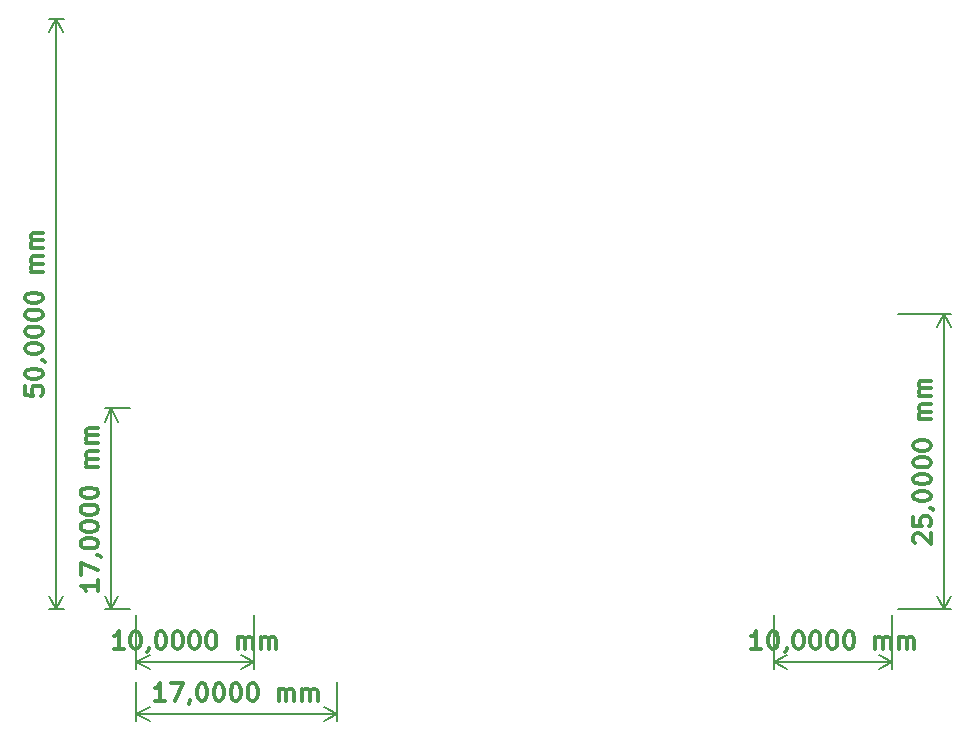
<source format=gbo>
%TF.GenerationSoftware,KiCad,Pcbnew,8.0.4*%
%TF.CreationDate,2025-05-09T12:29:35+02:00*%
%TF.ProjectId,carte_mere,63617274-655f-46d6-9572-652e6b696361,rev?*%
%TF.SameCoordinates,Original*%
%TF.FileFunction,Legend,Bot*%
%TF.FilePolarity,Positive*%
%FSLAX46Y46*%
G04 Gerber Fmt 4.6, Leading zero omitted, Abs format (unit mm)*
G04 Created by KiCad (PCBNEW 8.0.4) date 2025-05-09 12:29:35*
%MOMM*%
%LPD*%
G01*
G04 APERTURE LIST*
%ADD10C,0.300000*%
%ADD11C,0.200000*%
G04 APERTURE END LIST*
D10*
X160621185Y-91628569D02*
X160549757Y-91557141D01*
X160549757Y-91557141D02*
X160478328Y-91414284D01*
X160478328Y-91414284D02*
X160478328Y-91057141D01*
X160478328Y-91057141D02*
X160549757Y-90914284D01*
X160549757Y-90914284D02*
X160621185Y-90842855D01*
X160621185Y-90842855D02*
X160764042Y-90771426D01*
X160764042Y-90771426D02*
X160906900Y-90771426D01*
X160906900Y-90771426D02*
X161121185Y-90842855D01*
X161121185Y-90842855D02*
X161978328Y-91699998D01*
X161978328Y-91699998D02*
X161978328Y-90771426D01*
X160478328Y-89414284D02*
X160478328Y-90128570D01*
X160478328Y-90128570D02*
X161192614Y-90199998D01*
X161192614Y-90199998D02*
X161121185Y-90128570D01*
X161121185Y-90128570D02*
X161049757Y-89985713D01*
X161049757Y-89985713D02*
X161049757Y-89628570D01*
X161049757Y-89628570D02*
X161121185Y-89485713D01*
X161121185Y-89485713D02*
X161192614Y-89414284D01*
X161192614Y-89414284D02*
X161335471Y-89342855D01*
X161335471Y-89342855D02*
X161692614Y-89342855D01*
X161692614Y-89342855D02*
X161835471Y-89414284D01*
X161835471Y-89414284D02*
X161906900Y-89485713D01*
X161906900Y-89485713D02*
X161978328Y-89628570D01*
X161978328Y-89628570D02*
X161978328Y-89985713D01*
X161978328Y-89985713D02*
X161906900Y-90128570D01*
X161906900Y-90128570D02*
X161835471Y-90199998D01*
X161906900Y-88628570D02*
X161978328Y-88628570D01*
X161978328Y-88628570D02*
X162121185Y-88699999D01*
X162121185Y-88699999D02*
X162192614Y-88771427D01*
X160478328Y-87699998D02*
X160478328Y-87557141D01*
X160478328Y-87557141D02*
X160549757Y-87414284D01*
X160549757Y-87414284D02*
X160621185Y-87342856D01*
X160621185Y-87342856D02*
X160764042Y-87271427D01*
X160764042Y-87271427D02*
X161049757Y-87199998D01*
X161049757Y-87199998D02*
X161406900Y-87199998D01*
X161406900Y-87199998D02*
X161692614Y-87271427D01*
X161692614Y-87271427D02*
X161835471Y-87342856D01*
X161835471Y-87342856D02*
X161906900Y-87414284D01*
X161906900Y-87414284D02*
X161978328Y-87557141D01*
X161978328Y-87557141D02*
X161978328Y-87699998D01*
X161978328Y-87699998D02*
X161906900Y-87842856D01*
X161906900Y-87842856D02*
X161835471Y-87914284D01*
X161835471Y-87914284D02*
X161692614Y-87985713D01*
X161692614Y-87985713D02*
X161406900Y-88057141D01*
X161406900Y-88057141D02*
X161049757Y-88057141D01*
X161049757Y-88057141D02*
X160764042Y-87985713D01*
X160764042Y-87985713D02*
X160621185Y-87914284D01*
X160621185Y-87914284D02*
X160549757Y-87842856D01*
X160549757Y-87842856D02*
X160478328Y-87699998D01*
X160478328Y-86271427D02*
X160478328Y-86128570D01*
X160478328Y-86128570D02*
X160549757Y-85985713D01*
X160549757Y-85985713D02*
X160621185Y-85914285D01*
X160621185Y-85914285D02*
X160764042Y-85842856D01*
X160764042Y-85842856D02*
X161049757Y-85771427D01*
X161049757Y-85771427D02*
X161406900Y-85771427D01*
X161406900Y-85771427D02*
X161692614Y-85842856D01*
X161692614Y-85842856D02*
X161835471Y-85914285D01*
X161835471Y-85914285D02*
X161906900Y-85985713D01*
X161906900Y-85985713D02*
X161978328Y-86128570D01*
X161978328Y-86128570D02*
X161978328Y-86271427D01*
X161978328Y-86271427D02*
X161906900Y-86414285D01*
X161906900Y-86414285D02*
X161835471Y-86485713D01*
X161835471Y-86485713D02*
X161692614Y-86557142D01*
X161692614Y-86557142D02*
X161406900Y-86628570D01*
X161406900Y-86628570D02*
X161049757Y-86628570D01*
X161049757Y-86628570D02*
X160764042Y-86557142D01*
X160764042Y-86557142D02*
X160621185Y-86485713D01*
X160621185Y-86485713D02*
X160549757Y-86414285D01*
X160549757Y-86414285D02*
X160478328Y-86271427D01*
X160478328Y-84842856D02*
X160478328Y-84699999D01*
X160478328Y-84699999D02*
X160549757Y-84557142D01*
X160549757Y-84557142D02*
X160621185Y-84485714D01*
X160621185Y-84485714D02*
X160764042Y-84414285D01*
X160764042Y-84414285D02*
X161049757Y-84342856D01*
X161049757Y-84342856D02*
X161406900Y-84342856D01*
X161406900Y-84342856D02*
X161692614Y-84414285D01*
X161692614Y-84414285D02*
X161835471Y-84485714D01*
X161835471Y-84485714D02*
X161906900Y-84557142D01*
X161906900Y-84557142D02*
X161978328Y-84699999D01*
X161978328Y-84699999D02*
X161978328Y-84842856D01*
X161978328Y-84842856D02*
X161906900Y-84985714D01*
X161906900Y-84985714D02*
X161835471Y-85057142D01*
X161835471Y-85057142D02*
X161692614Y-85128571D01*
X161692614Y-85128571D02*
X161406900Y-85199999D01*
X161406900Y-85199999D02*
X161049757Y-85199999D01*
X161049757Y-85199999D02*
X160764042Y-85128571D01*
X160764042Y-85128571D02*
X160621185Y-85057142D01*
X160621185Y-85057142D02*
X160549757Y-84985714D01*
X160549757Y-84985714D02*
X160478328Y-84842856D01*
X160478328Y-83414285D02*
X160478328Y-83271428D01*
X160478328Y-83271428D02*
X160549757Y-83128571D01*
X160549757Y-83128571D02*
X160621185Y-83057143D01*
X160621185Y-83057143D02*
X160764042Y-82985714D01*
X160764042Y-82985714D02*
X161049757Y-82914285D01*
X161049757Y-82914285D02*
X161406900Y-82914285D01*
X161406900Y-82914285D02*
X161692614Y-82985714D01*
X161692614Y-82985714D02*
X161835471Y-83057143D01*
X161835471Y-83057143D02*
X161906900Y-83128571D01*
X161906900Y-83128571D02*
X161978328Y-83271428D01*
X161978328Y-83271428D02*
X161978328Y-83414285D01*
X161978328Y-83414285D02*
X161906900Y-83557143D01*
X161906900Y-83557143D02*
X161835471Y-83628571D01*
X161835471Y-83628571D02*
X161692614Y-83700000D01*
X161692614Y-83700000D02*
X161406900Y-83771428D01*
X161406900Y-83771428D02*
X161049757Y-83771428D01*
X161049757Y-83771428D02*
X160764042Y-83700000D01*
X160764042Y-83700000D02*
X160621185Y-83628571D01*
X160621185Y-83628571D02*
X160549757Y-83557143D01*
X160549757Y-83557143D02*
X160478328Y-83414285D01*
X161978328Y-81128572D02*
X160978328Y-81128572D01*
X161121185Y-81128572D02*
X161049757Y-81057143D01*
X161049757Y-81057143D02*
X160978328Y-80914286D01*
X160978328Y-80914286D02*
X160978328Y-80700000D01*
X160978328Y-80700000D02*
X161049757Y-80557143D01*
X161049757Y-80557143D02*
X161192614Y-80485715D01*
X161192614Y-80485715D02*
X161978328Y-80485715D01*
X161192614Y-80485715D02*
X161049757Y-80414286D01*
X161049757Y-80414286D02*
X160978328Y-80271429D01*
X160978328Y-80271429D02*
X160978328Y-80057143D01*
X160978328Y-80057143D02*
X161049757Y-79914286D01*
X161049757Y-79914286D02*
X161192614Y-79842857D01*
X161192614Y-79842857D02*
X161978328Y-79842857D01*
X161978328Y-79128572D02*
X160978328Y-79128572D01*
X161121185Y-79128572D02*
X161049757Y-79057143D01*
X161049757Y-79057143D02*
X160978328Y-78914286D01*
X160978328Y-78914286D02*
X160978328Y-78700000D01*
X160978328Y-78700000D02*
X161049757Y-78557143D01*
X161049757Y-78557143D02*
X161192614Y-78485715D01*
X161192614Y-78485715D02*
X161978328Y-78485715D01*
X161192614Y-78485715D02*
X161049757Y-78414286D01*
X161049757Y-78414286D02*
X160978328Y-78271429D01*
X160978328Y-78271429D02*
X160978328Y-78057143D01*
X160978328Y-78057143D02*
X161049757Y-77914286D01*
X161049757Y-77914286D02*
X161192614Y-77842857D01*
X161192614Y-77842857D02*
X161978328Y-77842857D01*
D11*
X159200000Y-97200000D02*
X163686420Y-97200000D01*
X159200000Y-72200000D02*
X163686420Y-72200000D01*
X163100000Y-97200000D02*
X163100000Y-72200000D01*
X163100000Y-97200000D02*
X163100000Y-72200000D01*
X163100000Y-97200000D02*
X162513579Y-96073496D01*
X163100000Y-97200000D02*
X163686421Y-96073496D01*
X163100000Y-72200000D02*
X163686421Y-73326504D01*
X163100000Y-72200000D02*
X162513579Y-73326504D01*
D10*
X85278328Y-78342855D02*
X85278328Y-79057141D01*
X85278328Y-79057141D02*
X85992614Y-79128569D01*
X85992614Y-79128569D02*
X85921185Y-79057141D01*
X85921185Y-79057141D02*
X85849757Y-78914284D01*
X85849757Y-78914284D02*
X85849757Y-78557141D01*
X85849757Y-78557141D02*
X85921185Y-78414284D01*
X85921185Y-78414284D02*
X85992614Y-78342855D01*
X85992614Y-78342855D02*
X86135471Y-78271426D01*
X86135471Y-78271426D02*
X86492614Y-78271426D01*
X86492614Y-78271426D02*
X86635471Y-78342855D01*
X86635471Y-78342855D02*
X86706900Y-78414284D01*
X86706900Y-78414284D02*
X86778328Y-78557141D01*
X86778328Y-78557141D02*
X86778328Y-78914284D01*
X86778328Y-78914284D02*
X86706900Y-79057141D01*
X86706900Y-79057141D02*
X86635471Y-79128569D01*
X85278328Y-77342855D02*
X85278328Y-77199998D01*
X85278328Y-77199998D02*
X85349757Y-77057141D01*
X85349757Y-77057141D02*
X85421185Y-76985713D01*
X85421185Y-76985713D02*
X85564042Y-76914284D01*
X85564042Y-76914284D02*
X85849757Y-76842855D01*
X85849757Y-76842855D02*
X86206900Y-76842855D01*
X86206900Y-76842855D02*
X86492614Y-76914284D01*
X86492614Y-76914284D02*
X86635471Y-76985713D01*
X86635471Y-76985713D02*
X86706900Y-77057141D01*
X86706900Y-77057141D02*
X86778328Y-77199998D01*
X86778328Y-77199998D02*
X86778328Y-77342855D01*
X86778328Y-77342855D02*
X86706900Y-77485713D01*
X86706900Y-77485713D02*
X86635471Y-77557141D01*
X86635471Y-77557141D02*
X86492614Y-77628570D01*
X86492614Y-77628570D02*
X86206900Y-77699998D01*
X86206900Y-77699998D02*
X85849757Y-77699998D01*
X85849757Y-77699998D02*
X85564042Y-77628570D01*
X85564042Y-77628570D02*
X85421185Y-77557141D01*
X85421185Y-77557141D02*
X85349757Y-77485713D01*
X85349757Y-77485713D02*
X85278328Y-77342855D01*
X86706900Y-76128570D02*
X86778328Y-76128570D01*
X86778328Y-76128570D02*
X86921185Y-76199999D01*
X86921185Y-76199999D02*
X86992614Y-76271427D01*
X85278328Y-75199998D02*
X85278328Y-75057141D01*
X85278328Y-75057141D02*
X85349757Y-74914284D01*
X85349757Y-74914284D02*
X85421185Y-74842856D01*
X85421185Y-74842856D02*
X85564042Y-74771427D01*
X85564042Y-74771427D02*
X85849757Y-74699998D01*
X85849757Y-74699998D02*
X86206900Y-74699998D01*
X86206900Y-74699998D02*
X86492614Y-74771427D01*
X86492614Y-74771427D02*
X86635471Y-74842856D01*
X86635471Y-74842856D02*
X86706900Y-74914284D01*
X86706900Y-74914284D02*
X86778328Y-75057141D01*
X86778328Y-75057141D02*
X86778328Y-75199998D01*
X86778328Y-75199998D02*
X86706900Y-75342856D01*
X86706900Y-75342856D02*
X86635471Y-75414284D01*
X86635471Y-75414284D02*
X86492614Y-75485713D01*
X86492614Y-75485713D02*
X86206900Y-75557141D01*
X86206900Y-75557141D02*
X85849757Y-75557141D01*
X85849757Y-75557141D02*
X85564042Y-75485713D01*
X85564042Y-75485713D02*
X85421185Y-75414284D01*
X85421185Y-75414284D02*
X85349757Y-75342856D01*
X85349757Y-75342856D02*
X85278328Y-75199998D01*
X85278328Y-73771427D02*
X85278328Y-73628570D01*
X85278328Y-73628570D02*
X85349757Y-73485713D01*
X85349757Y-73485713D02*
X85421185Y-73414285D01*
X85421185Y-73414285D02*
X85564042Y-73342856D01*
X85564042Y-73342856D02*
X85849757Y-73271427D01*
X85849757Y-73271427D02*
X86206900Y-73271427D01*
X86206900Y-73271427D02*
X86492614Y-73342856D01*
X86492614Y-73342856D02*
X86635471Y-73414285D01*
X86635471Y-73414285D02*
X86706900Y-73485713D01*
X86706900Y-73485713D02*
X86778328Y-73628570D01*
X86778328Y-73628570D02*
X86778328Y-73771427D01*
X86778328Y-73771427D02*
X86706900Y-73914285D01*
X86706900Y-73914285D02*
X86635471Y-73985713D01*
X86635471Y-73985713D02*
X86492614Y-74057142D01*
X86492614Y-74057142D02*
X86206900Y-74128570D01*
X86206900Y-74128570D02*
X85849757Y-74128570D01*
X85849757Y-74128570D02*
X85564042Y-74057142D01*
X85564042Y-74057142D02*
X85421185Y-73985713D01*
X85421185Y-73985713D02*
X85349757Y-73914285D01*
X85349757Y-73914285D02*
X85278328Y-73771427D01*
X85278328Y-72342856D02*
X85278328Y-72199999D01*
X85278328Y-72199999D02*
X85349757Y-72057142D01*
X85349757Y-72057142D02*
X85421185Y-71985714D01*
X85421185Y-71985714D02*
X85564042Y-71914285D01*
X85564042Y-71914285D02*
X85849757Y-71842856D01*
X85849757Y-71842856D02*
X86206900Y-71842856D01*
X86206900Y-71842856D02*
X86492614Y-71914285D01*
X86492614Y-71914285D02*
X86635471Y-71985714D01*
X86635471Y-71985714D02*
X86706900Y-72057142D01*
X86706900Y-72057142D02*
X86778328Y-72199999D01*
X86778328Y-72199999D02*
X86778328Y-72342856D01*
X86778328Y-72342856D02*
X86706900Y-72485714D01*
X86706900Y-72485714D02*
X86635471Y-72557142D01*
X86635471Y-72557142D02*
X86492614Y-72628571D01*
X86492614Y-72628571D02*
X86206900Y-72699999D01*
X86206900Y-72699999D02*
X85849757Y-72699999D01*
X85849757Y-72699999D02*
X85564042Y-72628571D01*
X85564042Y-72628571D02*
X85421185Y-72557142D01*
X85421185Y-72557142D02*
X85349757Y-72485714D01*
X85349757Y-72485714D02*
X85278328Y-72342856D01*
X85278328Y-70914285D02*
X85278328Y-70771428D01*
X85278328Y-70771428D02*
X85349757Y-70628571D01*
X85349757Y-70628571D02*
X85421185Y-70557143D01*
X85421185Y-70557143D02*
X85564042Y-70485714D01*
X85564042Y-70485714D02*
X85849757Y-70414285D01*
X85849757Y-70414285D02*
X86206900Y-70414285D01*
X86206900Y-70414285D02*
X86492614Y-70485714D01*
X86492614Y-70485714D02*
X86635471Y-70557143D01*
X86635471Y-70557143D02*
X86706900Y-70628571D01*
X86706900Y-70628571D02*
X86778328Y-70771428D01*
X86778328Y-70771428D02*
X86778328Y-70914285D01*
X86778328Y-70914285D02*
X86706900Y-71057143D01*
X86706900Y-71057143D02*
X86635471Y-71128571D01*
X86635471Y-71128571D02*
X86492614Y-71200000D01*
X86492614Y-71200000D02*
X86206900Y-71271428D01*
X86206900Y-71271428D02*
X85849757Y-71271428D01*
X85849757Y-71271428D02*
X85564042Y-71200000D01*
X85564042Y-71200000D02*
X85421185Y-71128571D01*
X85421185Y-71128571D02*
X85349757Y-71057143D01*
X85349757Y-71057143D02*
X85278328Y-70914285D01*
X86778328Y-68628572D02*
X85778328Y-68628572D01*
X85921185Y-68628572D02*
X85849757Y-68557143D01*
X85849757Y-68557143D02*
X85778328Y-68414286D01*
X85778328Y-68414286D02*
X85778328Y-68200000D01*
X85778328Y-68200000D02*
X85849757Y-68057143D01*
X85849757Y-68057143D02*
X85992614Y-67985715D01*
X85992614Y-67985715D02*
X86778328Y-67985715D01*
X85992614Y-67985715D02*
X85849757Y-67914286D01*
X85849757Y-67914286D02*
X85778328Y-67771429D01*
X85778328Y-67771429D02*
X85778328Y-67557143D01*
X85778328Y-67557143D02*
X85849757Y-67414286D01*
X85849757Y-67414286D02*
X85992614Y-67342857D01*
X85992614Y-67342857D02*
X86778328Y-67342857D01*
X86778328Y-66628572D02*
X85778328Y-66628572D01*
X85921185Y-66628572D02*
X85849757Y-66557143D01*
X85849757Y-66557143D02*
X85778328Y-66414286D01*
X85778328Y-66414286D02*
X85778328Y-66200000D01*
X85778328Y-66200000D02*
X85849757Y-66057143D01*
X85849757Y-66057143D02*
X85992614Y-65985715D01*
X85992614Y-65985715D02*
X86778328Y-65985715D01*
X85992614Y-65985715D02*
X85849757Y-65914286D01*
X85849757Y-65914286D02*
X85778328Y-65771429D01*
X85778328Y-65771429D02*
X85778328Y-65557143D01*
X85778328Y-65557143D02*
X85849757Y-65414286D01*
X85849757Y-65414286D02*
X85992614Y-65342857D01*
X85992614Y-65342857D02*
X86778328Y-65342857D01*
D11*
X88600000Y-97200000D02*
X87313580Y-97200000D01*
X88600000Y-47200000D02*
X87313580Y-47200000D01*
X87900000Y-97200000D02*
X87900000Y-47200000D01*
X87900000Y-97200000D02*
X87900000Y-47200000D01*
X87900000Y-97200000D02*
X87313579Y-96073496D01*
X87900000Y-97200000D02*
X88486421Y-96073496D01*
X87900000Y-47200000D02*
X88486421Y-48326504D01*
X87900000Y-47200000D02*
X87313579Y-48326504D01*
D10*
X93628573Y-100578328D02*
X92771430Y-100578328D01*
X93200001Y-100578328D02*
X93200001Y-99078328D01*
X93200001Y-99078328D02*
X93057144Y-99292614D01*
X93057144Y-99292614D02*
X92914287Y-99435471D01*
X92914287Y-99435471D02*
X92771430Y-99506900D01*
X94557144Y-99078328D02*
X94700001Y-99078328D01*
X94700001Y-99078328D02*
X94842858Y-99149757D01*
X94842858Y-99149757D02*
X94914287Y-99221185D01*
X94914287Y-99221185D02*
X94985715Y-99364042D01*
X94985715Y-99364042D02*
X95057144Y-99649757D01*
X95057144Y-99649757D02*
X95057144Y-100006900D01*
X95057144Y-100006900D02*
X94985715Y-100292614D01*
X94985715Y-100292614D02*
X94914287Y-100435471D01*
X94914287Y-100435471D02*
X94842858Y-100506900D01*
X94842858Y-100506900D02*
X94700001Y-100578328D01*
X94700001Y-100578328D02*
X94557144Y-100578328D01*
X94557144Y-100578328D02*
X94414287Y-100506900D01*
X94414287Y-100506900D02*
X94342858Y-100435471D01*
X94342858Y-100435471D02*
X94271429Y-100292614D01*
X94271429Y-100292614D02*
X94200001Y-100006900D01*
X94200001Y-100006900D02*
X94200001Y-99649757D01*
X94200001Y-99649757D02*
X94271429Y-99364042D01*
X94271429Y-99364042D02*
X94342858Y-99221185D01*
X94342858Y-99221185D02*
X94414287Y-99149757D01*
X94414287Y-99149757D02*
X94557144Y-99078328D01*
X95771429Y-100506900D02*
X95771429Y-100578328D01*
X95771429Y-100578328D02*
X95700000Y-100721185D01*
X95700000Y-100721185D02*
X95628572Y-100792614D01*
X96700001Y-99078328D02*
X96842858Y-99078328D01*
X96842858Y-99078328D02*
X96985715Y-99149757D01*
X96985715Y-99149757D02*
X97057144Y-99221185D01*
X97057144Y-99221185D02*
X97128572Y-99364042D01*
X97128572Y-99364042D02*
X97200001Y-99649757D01*
X97200001Y-99649757D02*
X97200001Y-100006900D01*
X97200001Y-100006900D02*
X97128572Y-100292614D01*
X97128572Y-100292614D02*
X97057144Y-100435471D01*
X97057144Y-100435471D02*
X96985715Y-100506900D01*
X96985715Y-100506900D02*
X96842858Y-100578328D01*
X96842858Y-100578328D02*
X96700001Y-100578328D01*
X96700001Y-100578328D02*
X96557144Y-100506900D01*
X96557144Y-100506900D02*
X96485715Y-100435471D01*
X96485715Y-100435471D02*
X96414286Y-100292614D01*
X96414286Y-100292614D02*
X96342858Y-100006900D01*
X96342858Y-100006900D02*
X96342858Y-99649757D01*
X96342858Y-99649757D02*
X96414286Y-99364042D01*
X96414286Y-99364042D02*
X96485715Y-99221185D01*
X96485715Y-99221185D02*
X96557144Y-99149757D01*
X96557144Y-99149757D02*
X96700001Y-99078328D01*
X98128572Y-99078328D02*
X98271429Y-99078328D01*
X98271429Y-99078328D02*
X98414286Y-99149757D01*
X98414286Y-99149757D02*
X98485715Y-99221185D01*
X98485715Y-99221185D02*
X98557143Y-99364042D01*
X98557143Y-99364042D02*
X98628572Y-99649757D01*
X98628572Y-99649757D02*
X98628572Y-100006900D01*
X98628572Y-100006900D02*
X98557143Y-100292614D01*
X98557143Y-100292614D02*
X98485715Y-100435471D01*
X98485715Y-100435471D02*
X98414286Y-100506900D01*
X98414286Y-100506900D02*
X98271429Y-100578328D01*
X98271429Y-100578328D02*
X98128572Y-100578328D01*
X98128572Y-100578328D02*
X97985715Y-100506900D01*
X97985715Y-100506900D02*
X97914286Y-100435471D01*
X97914286Y-100435471D02*
X97842857Y-100292614D01*
X97842857Y-100292614D02*
X97771429Y-100006900D01*
X97771429Y-100006900D02*
X97771429Y-99649757D01*
X97771429Y-99649757D02*
X97842857Y-99364042D01*
X97842857Y-99364042D02*
X97914286Y-99221185D01*
X97914286Y-99221185D02*
X97985715Y-99149757D01*
X97985715Y-99149757D02*
X98128572Y-99078328D01*
X99557143Y-99078328D02*
X99700000Y-99078328D01*
X99700000Y-99078328D02*
X99842857Y-99149757D01*
X99842857Y-99149757D02*
X99914286Y-99221185D01*
X99914286Y-99221185D02*
X99985714Y-99364042D01*
X99985714Y-99364042D02*
X100057143Y-99649757D01*
X100057143Y-99649757D02*
X100057143Y-100006900D01*
X100057143Y-100006900D02*
X99985714Y-100292614D01*
X99985714Y-100292614D02*
X99914286Y-100435471D01*
X99914286Y-100435471D02*
X99842857Y-100506900D01*
X99842857Y-100506900D02*
X99700000Y-100578328D01*
X99700000Y-100578328D02*
X99557143Y-100578328D01*
X99557143Y-100578328D02*
X99414286Y-100506900D01*
X99414286Y-100506900D02*
X99342857Y-100435471D01*
X99342857Y-100435471D02*
X99271428Y-100292614D01*
X99271428Y-100292614D02*
X99200000Y-100006900D01*
X99200000Y-100006900D02*
X99200000Y-99649757D01*
X99200000Y-99649757D02*
X99271428Y-99364042D01*
X99271428Y-99364042D02*
X99342857Y-99221185D01*
X99342857Y-99221185D02*
X99414286Y-99149757D01*
X99414286Y-99149757D02*
X99557143Y-99078328D01*
X100985714Y-99078328D02*
X101128571Y-99078328D01*
X101128571Y-99078328D02*
X101271428Y-99149757D01*
X101271428Y-99149757D02*
X101342857Y-99221185D01*
X101342857Y-99221185D02*
X101414285Y-99364042D01*
X101414285Y-99364042D02*
X101485714Y-99649757D01*
X101485714Y-99649757D02*
X101485714Y-100006900D01*
X101485714Y-100006900D02*
X101414285Y-100292614D01*
X101414285Y-100292614D02*
X101342857Y-100435471D01*
X101342857Y-100435471D02*
X101271428Y-100506900D01*
X101271428Y-100506900D02*
X101128571Y-100578328D01*
X101128571Y-100578328D02*
X100985714Y-100578328D01*
X100985714Y-100578328D02*
X100842857Y-100506900D01*
X100842857Y-100506900D02*
X100771428Y-100435471D01*
X100771428Y-100435471D02*
X100699999Y-100292614D01*
X100699999Y-100292614D02*
X100628571Y-100006900D01*
X100628571Y-100006900D02*
X100628571Y-99649757D01*
X100628571Y-99649757D02*
X100699999Y-99364042D01*
X100699999Y-99364042D02*
X100771428Y-99221185D01*
X100771428Y-99221185D02*
X100842857Y-99149757D01*
X100842857Y-99149757D02*
X100985714Y-99078328D01*
X103271427Y-100578328D02*
X103271427Y-99578328D01*
X103271427Y-99721185D02*
X103342856Y-99649757D01*
X103342856Y-99649757D02*
X103485713Y-99578328D01*
X103485713Y-99578328D02*
X103699999Y-99578328D01*
X103699999Y-99578328D02*
X103842856Y-99649757D01*
X103842856Y-99649757D02*
X103914285Y-99792614D01*
X103914285Y-99792614D02*
X103914285Y-100578328D01*
X103914285Y-99792614D02*
X103985713Y-99649757D01*
X103985713Y-99649757D02*
X104128570Y-99578328D01*
X104128570Y-99578328D02*
X104342856Y-99578328D01*
X104342856Y-99578328D02*
X104485713Y-99649757D01*
X104485713Y-99649757D02*
X104557142Y-99792614D01*
X104557142Y-99792614D02*
X104557142Y-100578328D01*
X105271427Y-100578328D02*
X105271427Y-99578328D01*
X105271427Y-99721185D02*
X105342856Y-99649757D01*
X105342856Y-99649757D02*
X105485713Y-99578328D01*
X105485713Y-99578328D02*
X105699999Y-99578328D01*
X105699999Y-99578328D02*
X105842856Y-99649757D01*
X105842856Y-99649757D02*
X105914285Y-99792614D01*
X105914285Y-99792614D02*
X105914285Y-100578328D01*
X105914285Y-99792614D02*
X105985713Y-99649757D01*
X105985713Y-99649757D02*
X106128570Y-99578328D01*
X106128570Y-99578328D02*
X106342856Y-99578328D01*
X106342856Y-99578328D02*
X106485713Y-99649757D01*
X106485713Y-99649757D02*
X106557142Y-99792614D01*
X106557142Y-99792614D02*
X106557142Y-100578328D01*
D11*
X94700000Y-97700000D02*
X94700000Y-102286420D01*
X104700000Y-97700000D02*
X104700000Y-102286420D01*
X94700000Y-101700000D02*
X104700000Y-101700000D01*
X94700000Y-101700000D02*
X104700000Y-101700000D01*
X94700000Y-101700000D02*
X95826504Y-101113579D01*
X94700000Y-101700000D02*
X95826504Y-102286421D01*
X104700000Y-101700000D02*
X103573496Y-102286421D01*
X104700000Y-101700000D02*
X103573496Y-101113579D01*
D10*
X147628573Y-100578328D02*
X146771430Y-100578328D01*
X147200001Y-100578328D02*
X147200001Y-99078328D01*
X147200001Y-99078328D02*
X147057144Y-99292614D01*
X147057144Y-99292614D02*
X146914287Y-99435471D01*
X146914287Y-99435471D02*
X146771430Y-99506900D01*
X148557144Y-99078328D02*
X148700001Y-99078328D01*
X148700001Y-99078328D02*
X148842858Y-99149757D01*
X148842858Y-99149757D02*
X148914287Y-99221185D01*
X148914287Y-99221185D02*
X148985715Y-99364042D01*
X148985715Y-99364042D02*
X149057144Y-99649757D01*
X149057144Y-99649757D02*
X149057144Y-100006900D01*
X149057144Y-100006900D02*
X148985715Y-100292614D01*
X148985715Y-100292614D02*
X148914287Y-100435471D01*
X148914287Y-100435471D02*
X148842858Y-100506900D01*
X148842858Y-100506900D02*
X148700001Y-100578328D01*
X148700001Y-100578328D02*
X148557144Y-100578328D01*
X148557144Y-100578328D02*
X148414287Y-100506900D01*
X148414287Y-100506900D02*
X148342858Y-100435471D01*
X148342858Y-100435471D02*
X148271429Y-100292614D01*
X148271429Y-100292614D02*
X148200001Y-100006900D01*
X148200001Y-100006900D02*
X148200001Y-99649757D01*
X148200001Y-99649757D02*
X148271429Y-99364042D01*
X148271429Y-99364042D02*
X148342858Y-99221185D01*
X148342858Y-99221185D02*
X148414287Y-99149757D01*
X148414287Y-99149757D02*
X148557144Y-99078328D01*
X149771429Y-100506900D02*
X149771429Y-100578328D01*
X149771429Y-100578328D02*
X149700000Y-100721185D01*
X149700000Y-100721185D02*
X149628572Y-100792614D01*
X150700001Y-99078328D02*
X150842858Y-99078328D01*
X150842858Y-99078328D02*
X150985715Y-99149757D01*
X150985715Y-99149757D02*
X151057144Y-99221185D01*
X151057144Y-99221185D02*
X151128572Y-99364042D01*
X151128572Y-99364042D02*
X151200001Y-99649757D01*
X151200001Y-99649757D02*
X151200001Y-100006900D01*
X151200001Y-100006900D02*
X151128572Y-100292614D01*
X151128572Y-100292614D02*
X151057144Y-100435471D01*
X151057144Y-100435471D02*
X150985715Y-100506900D01*
X150985715Y-100506900D02*
X150842858Y-100578328D01*
X150842858Y-100578328D02*
X150700001Y-100578328D01*
X150700001Y-100578328D02*
X150557144Y-100506900D01*
X150557144Y-100506900D02*
X150485715Y-100435471D01*
X150485715Y-100435471D02*
X150414286Y-100292614D01*
X150414286Y-100292614D02*
X150342858Y-100006900D01*
X150342858Y-100006900D02*
X150342858Y-99649757D01*
X150342858Y-99649757D02*
X150414286Y-99364042D01*
X150414286Y-99364042D02*
X150485715Y-99221185D01*
X150485715Y-99221185D02*
X150557144Y-99149757D01*
X150557144Y-99149757D02*
X150700001Y-99078328D01*
X152128572Y-99078328D02*
X152271429Y-99078328D01*
X152271429Y-99078328D02*
X152414286Y-99149757D01*
X152414286Y-99149757D02*
X152485715Y-99221185D01*
X152485715Y-99221185D02*
X152557143Y-99364042D01*
X152557143Y-99364042D02*
X152628572Y-99649757D01*
X152628572Y-99649757D02*
X152628572Y-100006900D01*
X152628572Y-100006900D02*
X152557143Y-100292614D01*
X152557143Y-100292614D02*
X152485715Y-100435471D01*
X152485715Y-100435471D02*
X152414286Y-100506900D01*
X152414286Y-100506900D02*
X152271429Y-100578328D01*
X152271429Y-100578328D02*
X152128572Y-100578328D01*
X152128572Y-100578328D02*
X151985715Y-100506900D01*
X151985715Y-100506900D02*
X151914286Y-100435471D01*
X151914286Y-100435471D02*
X151842857Y-100292614D01*
X151842857Y-100292614D02*
X151771429Y-100006900D01*
X151771429Y-100006900D02*
X151771429Y-99649757D01*
X151771429Y-99649757D02*
X151842857Y-99364042D01*
X151842857Y-99364042D02*
X151914286Y-99221185D01*
X151914286Y-99221185D02*
X151985715Y-99149757D01*
X151985715Y-99149757D02*
X152128572Y-99078328D01*
X153557143Y-99078328D02*
X153700000Y-99078328D01*
X153700000Y-99078328D02*
X153842857Y-99149757D01*
X153842857Y-99149757D02*
X153914286Y-99221185D01*
X153914286Y-99221185D02*
X153985714Y-99364042D01*
X153985714Y-99364042D02*
X154057143Y-99649757D01*
X154057143Y-99649757D02*
X154057143Y-100006900D01*
X154057143Y-100006900D02*
X153985714Y-100292614D01*
X153985714Y-100292614D02*
X153914286Y-100435471D01*
X153914286Y-100435471D02*
X153842857Y-100506900D01*
X153842857Y-100506900D02*
X153700000Y-100578328D01*
X153700000Y-100578328D02*
X153557143Y-100578328D01*
X153557143Y-100578328D02*
X153414286Y-100506900D01*
X153414286Y-100506900D02*
X153342857Y-100435471D01*
X153342857Y-100435471D02*
X153271428Y-100292614D01*
X153271428Y-100292614D02*
X153200000Y-100006900D01*
X153200000Y-100006900D02*
X153200000Y-99649757D01*
X153200000Y-99649757D02*
X153271428Y-99364042D01*
X153271428Y-99364042D02*
X153342857Y-99221185D01*
X153342857Y-99221185D02*
X153414286Y-99149757D01*
X153414286Y-99149757D02*
X153557143Y-99078328D01*
X154985714Y-99078328D02*
X155128571Y-99078328D01*
X155128571Y-99078328D02*
X155271428Y-99149757D01*
X155271428Y-99149757D02*
X155342857Y-99221185D01*
X155342857Y-99221185D02*
X155414285Y-99364042D01*
X155414285Y-99364042D02*
X155485714Y-99649757D01*
X155485714Y-99649757D02*
X155485714Y-100006900D01*
X155485714Y-100006900D02*
X155414285Y-100292614D01*
X155414285Y-100292614D02*
X155342857Y-100435471D01*
X155342857Y-100435471D02*
X155271428Y-100506900D01*
X155271428Y-100506900D02*
X155128571Y-100578328D01*
X155128571Y-100578328D02*
X154985714Y-100578328D01*
X154985714Y-100578328D02*
X154842857Y-100506900D01*
X154842857Y-100506900D02*
X154771428Y-100435471D01*
X154771428Y-100435471D02*
X154699999Y-100292614D01*
X154699999Y-100292614D02*
X154628571Y-100006900D01*
X154628571Y-100006900D02*
X154628571Y-99649757D01*
X154628571Y-99649757D02*
X154699999Y-99364042D01*
X154699999Y-99364042D02*
X154771428Y-99221185D01*
X154771428Y-99221185D02*
X154842857Y-99149757D01*
X154842857Y-99149757D02*
X154985714Y-99078328D01*
X157271427Y-100578328D02*
X157271427Y-99578328D01*
X157271427Y-99721185D02*
X157342856Y-99649757D01*
X157342856Y-99649757D02*
X157485713Y-99578328D01*
X157485713Y-99578328D02*
X157699999Y-99578328D01*
X157699999Y-99578328D02*
X157842856Y-99649757D01*
X157842856Y-99649757D02*
X157914285Y-99792614D01*
X157914285Y-99792614D02*
X157914285Y-100578328D01*
X157914285Y-99792614D02*
X157985713Y-99649757D01*
X157985713Y-99649757D02*
X158128570Y-99578328D01*
X158128570Y-99578328D02*
X158342856Y-99578328D01*
X158342856Y-99578328D02*
X158485713Y-99649757D01*
X158485713Y-99649757D02*
X158557142Y-99792614D01*
X158557142Y-99792614D02*
X158557142Y-100578328D01*
X159271427Y-100578328D02*
X159271427Y-99578328D01*
X159271427Y-99721185D02*
X159342856Y-99649757D01*
X159342856Y-99649757D02*
X159485713Y-99578328D01*
X159485713Y-99578328D02*
X159699999Y-99578328D01*
X159699999Y-99578328D02*
X159842856Y-99649757D01*
X159842856Y-99649757D02*
X159914285Y-99792614D01*
X159914285Y-99792614D02*
X159914285Y-100578328D01*
X159914285Y-99792614D02*
X159985713Y-99649757D01*
X159985713Y-99649757D02*
X160128570Y-99578328D01*
X160128570Y-99578328D02*
X160342856Y-99578328D01*
X160342856Y-99578328D02*
X160485713Y-99649757D01*
X160485713Y-99649757D02*
X160557142Y-99792614D01*
X160557142Y-99792614D02*
X160557142Y-100578328D01*
D11*
X158700000Y-97700000D02*
X158700000Y-102286420D01*
X148700000Y-97700000D02*
X148700000Y-102286420D01*
X158700000Y-101700000D02*
X148700000Y-101700000D01*
X158700000Y-101700000D02*
X148700000Y-101700000D01*
X158700000Y-101700000D02*
X157573496Y-102286421D01*
X158700000Y-101700000D02*
X157573496Y-101113579D01*
X148700000Y-101700000D02*
X149826504Y-101113579D01*
X148700000Y-101700000D02*
X149826504Y-102286421D01*
D10*
X97128573Y-104978328D02*
X96271430Y-104978328D01*
X96700001Y-104978328D02*
X96700001Y-103478328D01*
X96700001Y-103478328D02*
X96557144Y-103692614D01*
X96557144Y-103692614D02*
X96414287Y-103835471D01*
X96414287Y-103835471D02*
X96271430Y-103906900D01*
X97628572Y-103478328D02*
X98628572Y-103478328D01*
X98628572Y-103478328D02*
X97985715Y-104978328D01*
X99271429Y-104906900D02*
X99271429Y-104978328D01*
X99271429Y-104978328D02*
X99200000Y-105121185D01*
X99200000Y-105121185D02*
X99128572Y-105192614D01*
X100200001Y-103478328D02*
X100342858Y-103478328D01*
X100342858Y-103478328D02*
X100485715Y-103549757D01*
X100485715Y-103549757D02*
X100557144Y-103621185D01*
X100557144Y-103621185D02*
X100628572Y-103764042D01*
X100628572Y-103764042D02*
X100700001Y-104049757D01*
X100700001Y-104049757D02*
X100700001Y-104406900D01*
X100700001Y-104406900D02*
X100628572Y-104692614D01*
X100628572Y-104692614D02*
X100557144Y-104835471D01*
X100557144Y-104835471D02*
X100485715Y-104906900D01*
X100485715Y-104906900D02*
X100342858Y-104978328D01*
X100342858Y-104978328D02*
X100200001Y-104978328D01*
X100200001Y-104978328D02*
X100057144Y-104906900D01*
X100057144Y-104906900D02*
X99985715Y-104835471D01*
X99985715Y-104835471D02*
X99914286Y-104692614D01*
X99914286Y-104692614D02*
X99842858Y-104406900D01*
X99842858Y-104406900D02*
X99842858Y-104049757D01*
X99842858Y-104049757D02*
X99914286Y-103764042D01*
X99914286Y-103764042D02*
X99985715Y-103621185D01*
X99985715Y-103621185D02*
X100057144Y-103549757D01*
X100057144Y-103549757D02*
X100200001Y-103478328D01*
X101628572Y-103478328D02*
X101771429Y-103478328D01*
X101771429Y-103478328D02*
X101914286Y-103549757D01*
X101914286Y-103549757D02*
X101985715Y-103621185D01*
X101985715Y-103621185D02*
X102057143Y-103764042D01*
X102057143Y-103764042D02*
X102128572Y-104049757D01*
X102128572Y-104049757D02*
X102128572Y-104406900D01*
X102128572Y-104406900D02*
X102057143Y-104692614D01*
X102057143Y-104692614D02*
X101985715Y-104835471D01*
X101985715Y-104835471D02*
X101914286Y-104906900D01*
X101914286Y-104906900D02*
X101771429Y-104978328D01*
X101771429Y-104978328D02*
X101628572Y-104978328D01*
X101628572Y-104978328D02*
X101485715Y-104906900D01*
X101485715Y-104906900D02*
X101414286Y-104835471D01*
X101414286Y-104835471D02*
X101342857Y-104692614D01*
X101342857Y-104692614D02*
X101271429Y-104406900D01*
X101271429Y-104406900D02*
X101271429Y-104049757D01*
X101271429Y-104049757D02*
X101342857Y-103764042D01*
X101342857Y-103764042D02*
X101414286Y-103621185D01*
X101414286Y-103621185D02*
X101485715Y-103549757D01*
X101485715Y-103549757D02*
X101628572Y-103478328D01*
X103057143Y-103478328D02*
X103200000Y-103478328D01*
X103200000Y-103478328D02*
X103342857Y-103549757D01*
X103342857Y-103549757D02*
X103414286Y-103621185D01*
X103414286Y-103621185D02*
X103485714Y-103764042D01*
X103485714Y-103764042D02*
X103557143Y-104049757D01*
X103557143Y-104049757D02*
X103557143Y-104406900D01*
X103557143Y-104406900D02*
X103485714Y-104692614D01*
X103485714Y-104692614D02*
X103414286Y-104835471D01*
X103414286Y-104835471D02*
X103342857Y-104906900D01*
X103342857Y-104906900D02*
X103200000Y-104978328D01*
X103200000Y-104978328D02*
X103057143Y-104978328D01*
X103057143Y-104978328D02*
X102914286Y-104906900D01*
X102914286Y-104906900D02*
X102842857Y-104835471D01*
X102842857Y-104835471D02*
X102771428Y-104692614D01*
X102771428Y-104692614D02*
X102700000Y-104406900D01*
X102700000Y-104406900D02*
X102700000Y-104049757D01*
X102700000Y-104049757D02*
X102771428Y-103764042D01*
X102771428Y-103764042D02*
X102842857Y-103621185D01*
X102842857Y-103621185D02*
X102914286Y-103549757D01*
X102914286Y-103549757D02*
X103057143Y-103478328D01*
X104485714Y-103478328D02*
X104628571Y-103478328D01*
X104628571Y-103478328D02*
X104771428Y-103549757D01*
X104771428Y-103549757D02*
X104842857Y-103621185D01*
X104842857Y-103621185D02*
X104914285Y-103764042D01*
X104914285Y-103764042D02*
X104985714Y-104049757D01*
X104985714Y-104049757D02*
X104985714Y-104406900D01*
X104985714Y-104406900D02*
X104914285Y-104692614D01*
X104914285Y-104692614D02*
X104842857Y-104835471D01*
X104842857Y-104835471D02*
X104771428Y-104906900D01*
X104771428Y-104906900D02*
X104628571Y-104978328D01*
X104628571Y-104978328D02*
X104485714Y-104978328D01*
X104485714Y-104978328D02*
X104342857Y-104906900D01*
X104342857Y-104906900D02*
X104271428Y-104835471D01*
X104271428Y-104835471D02*
X104199999Y-104692614D01*
X104199999Y-104692614D02*
X104128571Y-104406900D01*
X104128571Y-104406900D02*
X104128571Y-104049757D01*
X104128571Y-104049757D02*
X104199999Y-103764042D01*
X104199999Y-103764042D02*
X104271428Y-103621185D01*
X104271428Y-103621185D02*
X104342857Y-103549757D01*
X104342857Y-103549757D02*
X104485714Y-103478328D01*
X106771427Y-104978328D02*
X106771427Y-103978328D01*
X106771427Y-104121185D02*
X106842856Y-104049757D01*
X106842856Y-104049757D02*
X106985713Y-103978328D01*
X106985713Y-103978328D02*
X107199999Y-103978328D01*
X107199999Y-103978328D02*
X107342856Y-104049757D01*
X107342856Y-104049757D02*
X107414285Y-104192614D01*
X107414285Y-104192614D02*
X107414285Y-104978328D01*
X107414285Y-104192614D02*
X107485713Y-104049757D01*
X107485713Y-104049757D02*
X107628570Y-103978328D01*
X107628570Y-103978328D02*
X107842856Y-103978328D01*
X107842856Y-103978328D02*
X107985713Y-104049757D01*
X107985713Y-104049757D02*
X108057142Y-104192614D01*
X108057142Y-104192614D02*
X108057142Y-104978328D01*
X108771427Y-104978328D02*
X108771427Y-103978328D01*
X108771427Y-104121185D02*
X108842856Y-104049757D01*
X108842856Y-104049757D02*
X108985713Y-103978328D01*
X108985713Y-103978328D02*
X109199999Y-103978328D01*
X109199999Y-103978328D02*
X109342856Y-104049757D01*
X109342856Y-104049757D02*
X109414285Y-104192614D01*
X109414285Y-104192614D02*
X109414285Y-104978328D01*
X109414285Y-104192614D02*
X109485713Y-104049757D01*
X109485713Y-104049757D02*
X109628570Y-103978328D01*
X109628570Y-103978328D02*
X109842856Y-103978328D01*
X109842856Y-103978328D02*
X109985713Y-104049757D01*
X109985713Y-104049757D02*
X110057142Y-104192614D01*
X110057142Y-104192614D02*
X110057142Y-104978328D01*
D11*
X94700000Y-103400000D02*
X94700000Y-106686420D01*
X111700000Y-103400000D02*
X111700000Y-106686420D01*
X94700000Y-106100000D02*
X111700000Y-106100000D01*
X94700000Y-106100000D02*
X111700000Y-106100000D01*
X94700000Y-106100000D02*
X95826504Y-105513579D01*
X94700000Y-106100000D02*
X95826504Y-106686421D01*
X111700000Y-106100000D02*
X110573496Y-106686421D01*
X111700000Y-106100000D02*
X110573496Y-105513579D01*
D10*
X91478328Y-94771426D02*
X91478328Y-95628569D01*
X91478328Y-95199998D02*
X89978328Y-95199998D01*
X89978328Y-95199998D02*
X90192614Y-95342855D01*
X90192614Y-95342855D02*
X90335471Y-95485712D01*
X90335471Y-95485712D02*
X90406900Y-95628569D01*
X89978328Y-94271427D02*
X89978328Y-93271427D01*
X89978328Y-93271427D02*
X91478328Y-93914284D01*
X91406900Y-92628570D02*
X91478328Y-92628570D01*
X91478328Y-92628570D02*
X91621185Y-92699999D01*
X91621185Y-92699999D02*
X91692614Y-92771427D01*
X89978328Y-91699998D02*
X89978328Y-91557141D01*
X89978328Y-91557141D02*
X90049757Y-91414284D01*
X90049757Y-91414284D02*
X90121185Y-91342856D01*
X90121185Y-91342856D02*
X90264042Y-91271427D01*
X90264042Y-91271427D02*
X90549757Y-91199998D01*
X90549757Y-91199998D02*
X90906900Y-91199998D01*
X90906900Y-91199998D02*
X91192614Y-91271427D01*
X91192614Y-91271427D02*
X91335471Y-91342856D01*
X91335471Y-91342856D02*
X91406900Y-91414284D01*
X91406900Y-91414284D02*
X91478328Y-91557141D01*
X91478328Y-91557141D02*
X91478328Y-91699998D01*
X91478328Y-91699998D02*
X91406900Y-91842856D01*
X91406900Y-91842856D02*
X91335471Y-91914284D01*
X91335471Y-91914284D02*
X91192614Y-91985713D01*
X91192614Y-91985713D02*
X90906900Y-92057141D01*
X90906900Y-92057141D02*
X90549757Y-92057141D01*
X90549757Y-92057141D02*
X90264042Y-91985713D01*
X90264042Y-91985713D02*
X90121185Y-91914284D01*
X90121185Y-91914284D02*
X90049757Y-91842856D01*
X90049757Y-91842856D02*
X89978328Y-91699998D01*
X89978328Y-90271427D02*
X89978328Y-90128570D01*
X89978328Y-90128570D02*
X90049757Y-89985713D01*
X90049757Y-89985713D02*
X90121185Y-89914285D01*
X90121185Y-89914285D02*
X90264042Y-89842856D01*
X90264042Y-89842856D02*
X90549757Y-89771427D01*
X90549757Y-89771427D02*
X90906900Y-89771427D01*
X90906900Y-89771427D02*
X91192614Y-89842856D01*
X91192614Y-89842856D02*
X91335471Y-89914285D01*
X91335471Y-89914285D02*
X91406900Y-89985713D01*
X91406900Y-89985713D02*
X91478328Y-90128570D01*
X91478328Y-90128570D02*
X91478328Y-90271427D01*
X91478328Y-90271427D02*
X91406900Y-90414285D01*
X91406900Y-90414285D02*
X91335471Y-90485713D01*
X91335471Y-90485713D02*
X91192614Y-90557142D01*
X91192614Y-90557142D02*
X90906900Y-90628570D01*
X90906900Y-90628570D02*
X90549757Y-90628570D01*
X90549757Y-90628570D02*
X90264042Y-90557142D01*
X90264042Y-90557142D02*
X90121185Y-90485713D01*
X90121185Y-90485713D02*
X90049757Y-90414285D01*
X90049757Y-90414285D02*
X89978328Y-90271427D01*
X89978328Y-88842856D02*
X89978328Y-88699999D01*
X89978328Y-88699999D02*
X90049757Y-88557142D01*
X90049757Y-88557142D02*
X90121185Y-88485714D01*
X90121185Y-88485714D02*
X90264042Y-88414285D01*
X90264042Y-88414285D02*
X90549757Y-88342856D01*
X90549757Y-88342856D02*
X90906900Y-88342856D01*
X90906900Y-88342856D02*
X91192614Y-88414285D01*
X91192614Y-88414285D02*
X91335471Y-88485714D01*
X91335471Y-88485714D02*
X91406900Y-88557142D01*
X91406900Y-88557142D02*
X91478328Y-88699999D01*
X91478328Y-88699999D02*
X91478328Y-88842856D01*
X91478328Y-88842856D02*
X91406900Y-88985714D01*
X91406900Y-88985714D02*
X91335471Y-89057142D01*
X91335471Y-89057142D02*
X91192614Y-89128571D01*
X91192614Y-89128571D02*
X90906900Y-89199999D01*
X90906900Y-89199999D02*
X90549757Y-89199999D01*
X90549757Y-89199999D02*
X90264042Y-89128571D01*
X90264042Y-89128571D02*
X90121185Y-89057142D01*
X90121185Y-89057142D02*
X90049757Y-88985714D01*
X90049757Y-88985714D02*
X89978328Y-88842856D01*
X89978328Y-87414285D02*
X89978328Y-87271428D01*
X89978328Y-87271428D02*
X90049757Y-87128571D01*
X90049757Y-87128571D02*
X90121185Y-87057143D01*
X90121185Y-87057143D02*
X90264042Y-86985714D01*
X90264042Y-86985714D02*
X90549757Y-86914285D01*
X90549757Y-86914285D02*
X90906900Y-86914285D01*
X90906900Y-86914285D02*
X91192614Y-86985714D01*
X91192614Y-86985714D02*
X91335471Y-87057143D01*
X91335471Y-87057143D02*
X91406900Y-87128571D01*
X91406900Y-87128571D02*
X91478328Y-87271428D01*
X91478328Y-87271428D02*
X91478328Y-87414285D01*
X91478328Y-87414285D02*
X91406900Y-87557143D01*
X91406900Y-87557143D02*
X91335471Y-87628571D01*
X91335471Y-87628571D02*
X91192614Y-87700000D01*
X91192614Y-87700000D02*
X90906900Y-87771428D01*
X90906900Y-87771428D02*
X90549757Y-87771428D01*
X90549757Y-87771428D02*
X90264042Y-87700000D01*
X90264042Y-87700000D02*
X90121185Y-87628571D01*
X90121185Y-87628571D02*
X90049757Y-87557143D01*
X90049757Y-87557143D02*
X89978328Y-87414285D01*
X91478328Y-85128572D02*
X90478328Y-85128572D01*
X90621185Y-85128572D02*
X90549757Y-85057143D01*
X90549757Y-85057143D02*
X90478328Y-84914286D01*
X90478328Y-84914286D02*
X90478328Y-84700000D01*
X90478328Y-84700000D02*
X90549757Y-84557143D01*
X90549757Y-84557143D02*
X90692614Y-84485715D01*
X90692614Y-84485715D02*
X91478328Y-84485715D01*
X90692614Y-84485715D02*
X90549757Y-84414286D01*
X90549757Y-84414286D02*
X90478328Y-84271429D01*
X90478328Y-84271429D02*
X90478328Y-84057143D01*
X90478328Y-84057143D02*
X90549757Y-83914286D01*
X90549757Y-83914286D02*
X90692614Y-83842857D01*
X90692614Y-83842857D02*
X91478328Y-83842857D01*
X91478328Y-83128572D02*
X90478328Y-83128572D01*
X90621185Y-83128572D02*
X90549757Y-83057143D01*
X90549757Y-83057143D02*
X90478328Y-82914286D01*
X90478328Y-82914286D02*
X90478328Y-82700000D01*
X90478328Y-82700000D02*
X90549757Y-82557143D01*
X90549757Y-82557143D02*
X90692614Y-82485715D01*
X90692614Y-82485715D02*
X91478328Y-82485715D01*
X90692614Y-82485715D02*
X90549757Y-82414286D01*
X90549757Y-82414286D02*
X90478328Y-82271429D01*
X90478328Y-82271429D02*
X90478328Y-82057143D01*
X90478328Y-82057143D02*
X90549757Y-81914286D01*
X90549757Y-81914286D02*
X90692614Y-81842857D01*
X90692614Y-81842857D02*
X91478328Y-81842857D01*
D11*
X94200000Y-97200000D02*
X92013580Y-97200000D01*
X94200000Y-80200000D02*
X92013580Y-80200000D01*
X92600000Y-97200000D02*
X92600000Y-80200000D01*
X92600000Y-97200000D02*
X92600000Y-80200000D01*
X92600000Y-97200000D02*
X92013579Y-96073496D01*
X92600000Y-97200000D02*
X93186421Y-96073496D01*
X92600000Y-80200000D02*
X93186421Y-81326504D01*
X92600000Y-80200000D02*
X92013579Y-81326504D01*
M02*

</source>
